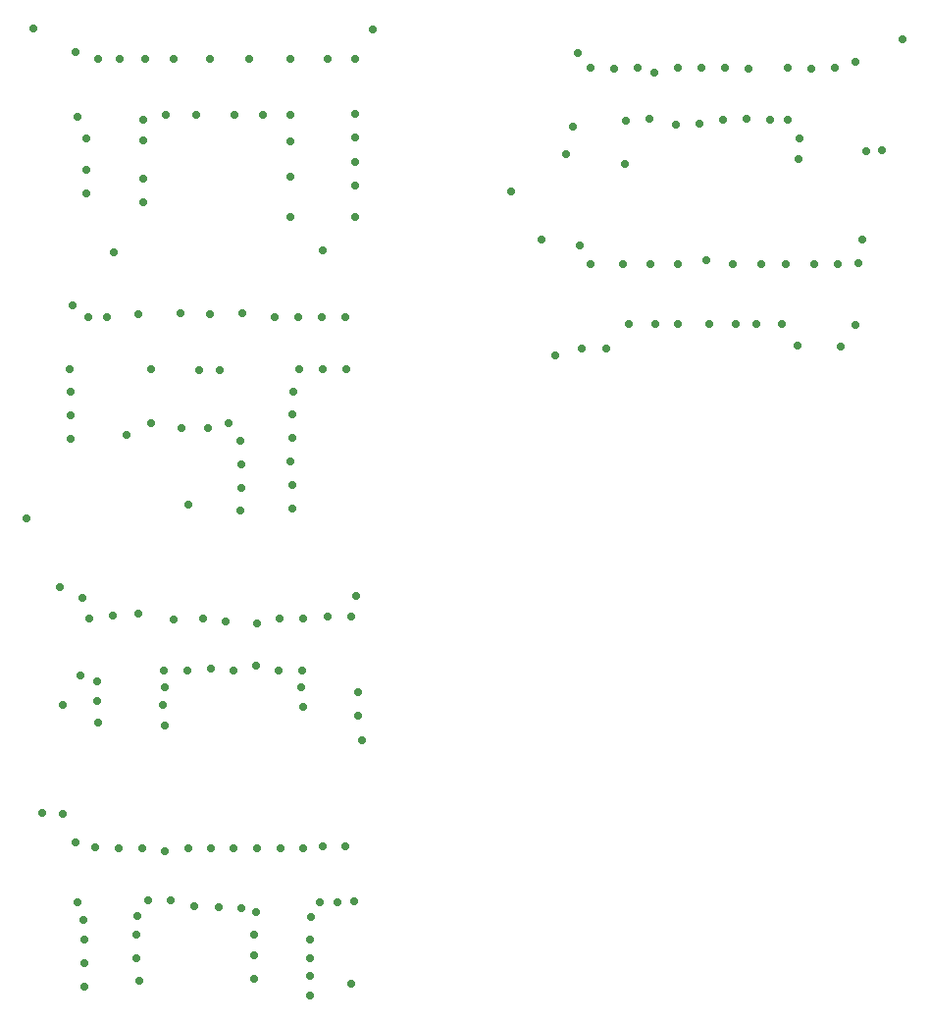
<source format=gbr>
%TF.GenerationSoftware,Altium Limited,Altium Designer,20.0.10 (225)*%
G04 Layer_Color=0*
%FSLAX26Y26*%
%MOIN*%
%TF.FileFunction,Plated,1,2,PTH,Drill*%
%TF.Part,CustomerPanel*%
G01*
G75*
%TA.AperFunction,ViaDrill,NotFilled*%
%ADD30C,0.028000*%
D30*
X3299884Y3275906D02*
D03*
X3369884Y3650906D02*
D03*
X3209884Y3575906D02*
D03*
X2264884Y3605906D02*
D03*
X2249968Y3355000D02*
D03*
X3014884Y3245906D02*
D03*
X3244884Y3270906D02*
D03*
X2226243Y3261453D02*
D03*
X2427133Y3227710D02*
D03*
X2844240Y3550753D02*
D03*
X2764794Y3554357D02*
D03*
X2685267D02*
D03*
X2605739Y3554280D02*
D03*
X2527452Y3540286D02*
D03*
X2599884Y3360906D02*
D03*
X2679884Y3365906D02*
D03*
X2760380Y3377915D02*
D03*
X2839706Y3383579D02*
D03*
X2919119Y3379317D02*
D03*
X2467794Y3554357D02*
D03*
X2388269Y3553748D02*
D03*
X2308805Y3556937D02*
D03*
X2430393Y3377000D02*
D03*
X2509756Y3382109D02*
D03*
X3139106Y3556937D02*
D03*
X3059643Y3553748D02*
D03*
X2980118Y3554357D02*
D03*
X2980232Y3377454D02*
D03*
X2039884Y3135906D02*
D03*
X3019884Y3315906D02*
D03*
X1531417Y1270748D02*
D03*
X1511417Y1760748D02*
D03*
X1496417Y1690748D02*
D03*
X1416417D02*
D03*
X516417Y1390748D02*
D03*
X581417Y1755748D02*
D03*
X506417Y1790748D02*
D03*
X604264Y1685489D02*
D03*
X576417Y1490748D02*
D03*
X631417Y1470748D02*
D03*
X856417Y1390748D02*
D03*
X631417Y1405748D02*
D03*
X636417Y1330748D02*
D03*
X861417Y1320748D02*
D03*
X1331417Y1385748D02*
D03*
X1519792Y1355290D02*
D03*
Y1434818D02*
D03*
X1070646Y1676906D02*
D03*
X991453Y1684200D02*
D03*
X938940Y1508478D02*
D03*
X1018235Y1514558D02*
D03*
X1097430Y1507296D02*
D03*
X771417Y1700748D02*
D03*
X686417Y1695748D02*
D03*
X861417Y1450748D02*
D03*
X859904Y1507296D02*
D03*
X894058Y1682997D02*
D03*
X1333433Y1684654D02*
D03*
X1253905D02*
D03*
X1175809Y1669632D02*
D03*
X1173097Y1525785D02*
D03*
X1250445Y1507296D02*
D03*
X1329970Y1507906D02*
D03*
X1326417Y1450748D02*
D03*
X733307Y2307638D02*
D03*
X548307Y2747638D02*
D03*
X538307Y2532638D02*
D03*
X1235707Y2710299D02*
D03*
X1315234D02*
D03*
X1394762D02*
D03*
X1474290D02*
D03*
X1125492Y2723774D02*
D03*
X1016555Y2719401D02*
D03*
X1048307Y2527638D02*
D03*
X978307D02*
D03*
X919798Y2333479D02*
D03*
X1008307Y2332638D02*
D03*
X1079320Y2348474D02*
D03*
X815649Y2348551D02*
D03*
X771482Y2719436D02*
D03*
X815649Y2533551D02*
D03*
X915492Y2723774D02*
D03*
X1119855Y2289145D02*
D03*
X1123179Y2209687D02*
D03*
X1123924Y2130163D02*
D03*
X1119855Y2050739D02*
D03*
X1296759Y2060299D02*
D03*
X1295917Y2139822D02*
D03*
X1287556Y2218909D02*
D03*
X1297213Y2297849D02*
D03*
Y2377376D02*
D03*
X1298886Y2456886D02*
D03*
X1320031Y2533551D02*
D03*
X1399558D02*
D03*
X1479086D02*
D03*
X601232Y2710299D02*
D03*
X541902Y2455585D02*
D03*
X543005Y2376065D02*
D03*
Y2296537D02*
D03*
X667050Y2709174D02*
D03*
X391721Y2026446D02*
D03*
X943307Y2072638D02*
D03*
X2702798Y2901358D02*
D03*
X3012798Y2613740D02*
D03*
X3207798Y2683740D02*
D03*
X3232798Y2973740D02*
D03*
X3217798Y2893740D02*
D03*
X2142798Y2973740D02*
D03*
X2272798Y2953740D02*
D03*
X2277798Y2603740D02*
D03*
X2362798D02*
D03*
X2307798Y2888740D02*
D03*
X2417798D02*
D03*
X2437798Y2684615D02*
D03*
X2527798D02*
D03*
X2512798Y2888740D02*
D03*
X2802798Y2684615D02*
D03*
X2606967Y2888740D02*
D03*
X2604654Y2684615D02*
D03*
X2712798D02*
D03*
X2872798D02*
D03*
X2791541Y2888740D02*
D03*
X3147798D02*
D03*
X3067798D02*
D03*
X2974130D02*
D03*
X2887798D02*
D03*
X2957798Y2684615D02*
D03*
X3157798Y2608740D02*
D03*
X2187798Y2578740D02*
D03*
X1504606Y725748D02*
D03*
X1449606Y720748D02*
D03*
X1474606Y910748D02*
D03*
X1254549Y904374D02*
D03*
X1334076Y904358D02*
D03*
X1399606Y910748D02*
D03*
X1389606Y720748D02*
D03*
X1173347Y688185D02*
D03*
X1494606Y445748D02*
D03*
X1164606Y460748D02*
D03*
X1020698Y904665D02*
D03*
X1164606Y540748D02*
D03*
Y610748D02*
D03*
X625680Y908366D02*
D03*
X564606Y720748D02*
D03*
X444606Y1025748D02*
D03*
X514606Y1020748D02*
D03*
X766798Y531726D02*
D03*
Y611254D02*
D03*
X590676Y595679D02*
D03*
X589895Y516156D02*
D03*
Y436628D02*
D03*
X774606Y455748D02*
D03*
X1354606Y470748D02*
D03*
Y530748D02*
D03*
X1354872Y595077D02*
D03*
X1354606Y405748D02*
D03*
X1358783Y671494D02*
D03*
X1175021Y904488D02*
D03*
X1095495Y904967D02*
D03*
X943024Y903952D02*
D03*
X863829Y896691D02*
D03*
X784733Y904967D02*
D03*
X705208Y904358D02*
D03*
X559606Y925748D02*
D03*
X584606Y660748D02*
D03*
X769606Y675748D02*
D03*
X804552Y728064D02*
D03*
X884079Y728331D02*
D03*
X961237Y708962D02*
D03*
X1046351Y706556D02*
D03*
X1121570Y703456D02*
D03*
X415591Y3690118D02*
D03*
X1510591Y3397500D02*
D03*
X1417264Y3585118D02*
D03*
X1510591D02*
D03*
X565591Y3390118D02*
D03*
X1570591Y3685118D02*
D03*
X1290591Y3395118D02*
D03*
X790591Y3180118D02*
D03*
Y3100118D02*
D03*
X595591Y3130118D02*
D03*
Y3210118D02*
D03*
X1510591Y3235118D02*
D03*
Y3154203D02*
D03*
X1290591Y3049445D02*
D03*
X1510591D02*
D03*
X1290591Y3185003D02*
D03*
Y3305118D02*
D03*
X1015591Y3585118D02*
D03*
X970591Y3395118D02*
D03*
X1099975D02*
D03*
X1150591Y3585118D02*
D03*
X595591Y3315118D02*
D03*
X790591Y3310118D02*
D03*
X1290591Y3585118D02*
D03*
X1195591Y3395118D02*
D03*
X1510591Y3320118D02*
D03*
X560591Y3610118D02*
D03*
X790591Y3380118D02*
D03*
X865591Y3395118D02*
D03*
X891016Y3585118D02*
D03*
X797138D02*
D03*
X710591D02*
D03*
X635591D02*
D03*
X1400591Y2935118D02*
D03*
X690591Y2930118D02*
D03*
%TF.MD5,fde8ca7faff9948e86b5f4e926631653*%
M02*

</source>
